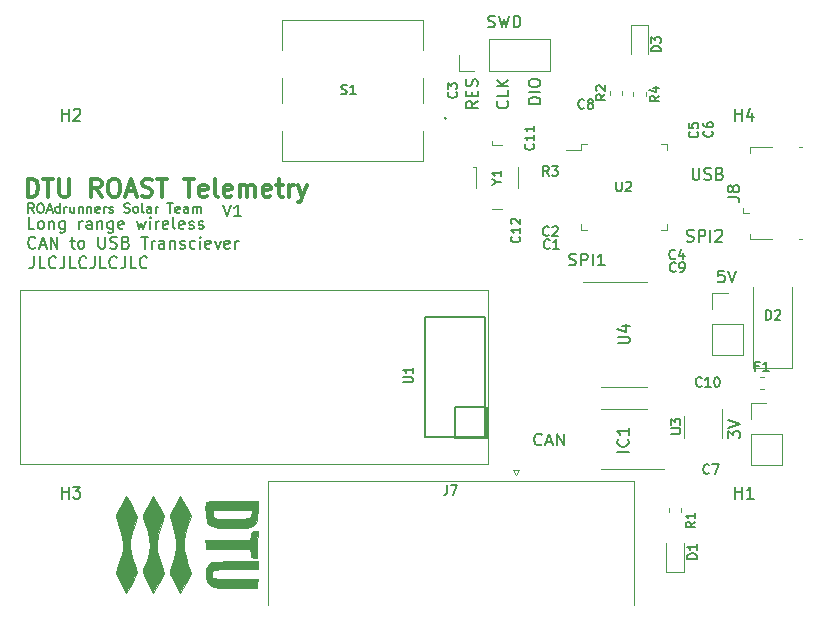
<source format=gbr>
G04 #@! TF.GenerationSoftware,KiCad,Pcbnew,5.1.4+dfsg1-1*
G04 #@! TF.CreationDate,2020-05-25T13:33:09+02:00*
G04 #@! TF.ProjectId,Telemetry,54656c65-6d65-4747-9279-2e6b69636164,rev?*
G04 #@! TF.SameCoordinates,Original*
G04 #@! TF.FileFunction,Legend,Top*
G04 #@! TF.FilePolarity,Positive*
%FSLAX46Y46*%
G04 Gerber Fmt 4.6, Leading zero omitted, Abs format (unit mm)*
G04 Created by KiCad (PCBNEW 5.1.4+dfsg1-1) date 2020-05-25 13:33:09*
%MOMM*%
%LPD*%
G04 APERTURE LIST*
%ADD10C,0.150000*%
%ADD11C,0.300000*%
%ADD12C,0.120000*%
%ADD13C,0.010000*%
G04 APERTURE END LIST*
D10*
X240638095Y-112952380D02*
X240638095Y-113761904D01*
X240685714Y-113857142D01*
X240733333Y-113904761D01*
X240828571Y-113952380D01*
X241019047Y-113952380D01*
X241114285Y-113904761D01*
X241161904Y-113857142D01*
X241209523Y-113761904D01*
X241209523Y-112952380D01*
X241638095Y-113904761D02*
X241780952Y-113952380D01*
X242019047Y-113952380D01*
X242114285Y-113904761D01*
X242161904Y-113857142D01*
X242209523Y-113761904D01*
X242209523Y-113666666D01*
X242161904Y-113571428D01*
X242114285Y-113523809D01*
X242019047Y-113476190D01*
X241828571Y-113428571D01*
X241733333Y-113380952D01*
X241685714Y-113333333D01*
X241638095Y-113238095D01*
X241638095Y-113142857D01*
X241685714Y-113047619D01*
X241733333Y-113000000D01*
X241828571Y-112952380D01*
X242066666Y-112952380D01*
X242209523Y-113000000D01*
X242971428Y-113428571D02*
X243114285Y-113476190D01*
X243161904Y-113523809D01*
X243209523Y-113619047D01*
X243209523Y-113761904D01*
X243161904Y-113857142D01*
X243114285Y-113904761D01*
X243019047Y-113952380D01*
X242638095Y-113952380D01*
X242638095Y-112952380D01*
X242971428Y-112952380D01*
X243066666Y-113000000D01*
X243114285Y-113047619D01*
X243161904Y-113142857D01*
X243161904Y-113238095D01*
X243114285Y-113333333D01*
X243066666Y-113380952D01*
X242971428Y-113428571D01*
X242638095Y-113428571D01*
X200890476Y-116052380D02*
X201223809Y-117052380D01*
X201557142Y-116052380D01*
X202414285Y-117052380D02*
X201842857Y-117052380D01*
X202128571Y-117052380D02*
X202128571Y-116052380D01*
X202033333Y-116195238D01*
X201938095Y-116290476D01*
X201842857Y-116338095D01*
X184880952Y-120452380D02*
X184880952Y-121166666D01*
X184833333Y-121309523D01*
X184738095Y-121404761D01*
X184595238Y-121452380D01*
X184500000Y-121452380D01*
X185833333Y-121452380D02*
X185357142Y-121452380D01*
X185357142Y-120452380D01*
X186738095Y-121357142D02*
X186690476Y-121404761D01*
X186547619Y-121452380D01*
X186452380Y-121452380D01*
X186309523Y-121404761D01*
X186214285Y-121309523D01*
X186166666Y-121214285D01*
X186119047Y-121023809D01*
X186119047Y-120880952D01*
X186166666Y-120690476D01*
X186214285Y-120595238D01*
X186309523Y-120500000D01*
X186452380Y-120452380D01*
X186547619Y-120452380D01*
X186690476Y-120500000D01*
X186738095Y-120547619D01*
X187452380Y-120452380D02*
X187452380Y-121166666D01*
X187404761Y-121309523D01*
X187309523Y-121404761D01*
X187166666Y-121452380D01*
X187071428Y-121452380D01*
X188404761Y-121452380D02*
X187928571Y-121452380D01*
X187928571Y-120452380D01*
X189309523Y-121357142D02*
X189261904Y-121404761D01*
X189119047Y-121452380D01*
X189023809Y-121452380D01*
X188880952Y-121404761D01*
X188785714Y-121309523D01*
X188738095Y-121214285D01*
X188690476Y-121023809D01*
X188690476Y-120880952D01*
X188738095Y-120690476D01*
X188785714Y-120595238D01*
X188880952Y-120500000D01*
X189023809Y-120452380D01*
X189119047Y-120452380D01*
X189261904Y-120500000D01*
X189309523Y-120547619D01*
X190023809Y-120452380D02*
X190023809Y-121166666D01*
X189976190Y-121309523D01*
X189880952Y-121404761D01*
X189738095Y-121452380D01*
X189642857Y-121452380D01*
X190976190Y-121452380D02*
X190500000Y-121452380D01*
X190500000Y-120452380D01*
X191880952Y-121357142D02*
X191833333Y-121404761D01*
X191690476Y-121452380D01*
X191595238Y-121452380D01*
X191452380Y-121404761D01*
X191357142Y-121309523D01*
X191309523Y-121214285D01*
X191261904Y-121023809D01*
X191261904Y-120880952D01*
X191309523Y-120690476D01*
X191357142Y-120595238D01*
X191452380Y-120500000D01*
X191595238Y-120452380D01*
X191690476Y-120452380D01*
X191833333Y-120500000D01*
X191880952Y-120547619D01*
X192595238Y-120452380D02*
X192595238Y-121166666D01*
X192547619Y-121309523D01*
X192452380Y-121404761D01*
X192309523Y-121452380D01*
X192214285Y-121452380D01*
X193547619Y-121452380D02*
X193071428Y-121452380D01*
X193071428Y-120452380D01*
X194452380Y-121357142D02*
X194404761Y-121404761D01*
X194261904Y-121452380D01*
X194166666Y-121452380D01*
X194023809Y-121404761D01*
X193928571Y-121309523D01*
X193880952Y-121214285D01*
X193833333Y-121023809D01*
X193833333Y-120880952D01*
X193880952Y-120690476D01*
X193928571Y-120595238D01*
X194023809Y-120500000D01*
X194166666Y-120452380D01*
X194261904Y-120452380D01*
X194404761Y-120500000D01*
X194452380Y-120547619D01*
X184911785Y-118127380D02*
X184435595Y-118127380D01*
X184435595Y-117127380D01*
X185387976Y-118127380D02*
X185292738Y-118079761D01*
X185245119Y-118032142D01*
X185197500Y-117936904D01*
X185197500Y-117651190D01*
X185245119Y-117555952D01*
X185292738Y-117508333D01*
X185387976Y-117460714D01*
X185530833Y-117460714D01*
X185626071Y-117508333D01*
X185673690Y-117555952D01*
X185721309Y-117651190D01*
X185721309Y-117936904D01*
X185673690Y-118032142D01*
X185626071Y-118079761D01*
X185530833Y-118127380D01*
X185387976Y-118127380D01*
X186149880Y-117460714D02*
X186149880Y-118127380D01*
X186149880Y-117555952D02*
X186197500Y-117508333D01*
X186292738Y-117460714D01*
X186435595Y-117460714D01*
X186530833Y-117508333D01*
X186578452Y-117603571D01*
X186578452Y-118127380D01*
X187483214Y-117460714D02*
X187483214Y-118270238D01*
X187435595Y-118365476D01*
X187387976Y-118413095D01*
X187292738Y-118460714D01*
X187149880Y-118460714D01*
X187054642Y-118413095D01*
X187483214Y-118079761D02*
X187387976Y-118127380D01*
X187197500Y-118127380D01*
X187102261Y-118079761D01*
X187054642Y-118032142D01*
X187007023Y-117936904D01*
X187007023Y-117651190D01*
X187054642Y-117555952D01*
X187102261Y-117508333D01*
X187197500Y-117460714D01*
X187387976Y-117460714D01*
X187483214Y-117508333D01*
X188721309Y-118127380D02*
X188721309Y-117460714D01*
X188721309Y-117651190D02*
X188768928Y-117555952D01*
X188816547Y-117508333D01*
X188911785Y-117460714D01*
X189007023Y-117460714D01*
X189768928Y-118127380D02*
X189768928Y-117603571D01*
X189721309Y-117508333D01*
X189626071Y-117460714D01*
X189435595Y-117460714D01*
X189340357Y-117508333D01*
X189768928Y-118079761D02*
X189673690Y-118127380D01*
X189435595Y-118127380D01*
X189340357Y-118079761D01*
X189292738Y-117984523D01*
X189292738Y-117889285D01*
X189340357Y-117794047D01*
X189435595Y-117746428D01*
X189673690Y-117746428D01*
X189768928Y-117698809D01*
X190245119Y-117460714D02*
X190245119Y-118127380D01*
X190245119Y-117555952D02*
X190292738Y-117508333D01*
X190387976Y-117460714D01*
X190530833Y-117460714D01*
X190626071Y-117508333D01*
X190673690Y-117603571D01*
X190673690Y-118127380D01*
X191578452Y-117460714D02*
X191578452Y-118270238D01*
X191530833Y-118365476D01*
X191483214Y-118413095D01*
X191387976Y-118460714D01*
X191245119Y-118460714D01*
X191149880Y-118413095D01*
X191578452Y-118079761D02*
X191483214Y-118127380D01*
X191292738Y-118127380D01*
X191197500Y-118079761D01*
X191149880Y-118032142D01*
X191102261Y-117936904D01*
X191102261Y-117651190D01*
X191149880Y-117555952D01*
X191197500Y-117508333D01*
X191292738Y-117460714D01*
X191483214Y-117460714D01*
X191578452Y-117508333D01*
X192435595Y-118079761D02*
X192340357Y-118127380D01*
X192149880Y-118127380D01*
X192054642Y-118079761D01*
X192007023Y-117984523D01*
X192007023Y-117603571D01*
X192054642Y-117508333D01*
X192149880Y-117460714D01*
X192340357Y-117460714D01*
X192435595Y-117508333D01*
X192483214Y-117603571D01*
X192483214Y-117698809D01*
X192007023Y-117794047D01*
X193578452Y-117460714D02*
X193768928Y-118127380D01*
X193959404Y-117651190D01*
X194149880Y-118127380D01*
X194340357Y-117460714D01*
X194721309Y-118127380D02*
X194721309Y-117460714D01*
X194721309Y-117127380D02*
X194673690Y-117175000D01*
X194721309Y-117222619D01*
X194768928Y-117175000D01*
X194721309Y-117127380D01*
X194721309Y-117222619D01*
X195197500Y-118127380D02*
X195197500Y-117460714D01*
X195197500Y-117651190D02*
X195245119Y-117555952D01*
X195292738Y-117508333D01*
X195387976Y-117460714D01*
X195483214Y-117460714D01*
X196197500Y-118079761D02*
X196102261Y-118127380D01*
X195911785Y-118127380D01*
X195816547Y-118079761D01*
X195768928Y-117984523D01*
X195768928Y-117603571D01*
X195816547Y-117508333D01*
X195911785Y-117460714D01*
X196102261Y-117460714D01*
X196197500Y-117508333D01*
X196245119Y-117603571D01*
X196245119Y-117698809D01*
X195768928Y-117794047D01*
X196816547Y-118127380D02*
X196721309Y-118079761D01*
X196673690Y-117984523D01*
X196673690Y-117127380D01*
X197578452Y-118079761D02*
X197483214Y-118127380D01*
X197292738Y-118127380D01*
X197197500Y-118079761D01*
X197149880Y-117984523D01*
X197149880Y-117603571D01*
X197197500Y-117508333D01*
X197292738Y-117460714D01*
X197483214Y-117460714D01*
X197578452Y-117508333D01*
X197626071Y-117603571D01*
X197626071Y-117698809D01*
X197149880Y-117794047D01*
X198007023Y-118079761D02*
X198102261Y-118127380D01*
X198292738Y-118127380D01*
X198387976Y-118079761D01*
X198435595Y-117984523D01*
X198435595Y-117936904D01*
X198387976Y-117841666D01*
X198292738Y-117794047D01*
X198149880Y-117794047D01*
X198054642Y-117746428D01*
X198007023Y-117651190D01*
X198007023Y-117603571D01*
X198054642Y-117508333D01*
X198149880Y-117460714D01*
X198292738Y-117460714D01*
X198387976Y-117508333D01*
X198816547Y-118079761D02*
X198911785Y-118127380D01*
X199102261Y-118127380D01*
X199197500Y-118079761D01*
X199245119Y-117984523D01*
X199245119Y-117936904D01*
X199197500Y-117841666D01*
X199102261Y-117794047D01*
X198959404Y-117794047D01*
X198864166Y-117746428D01*
X198816547Y-117651190D01*
X198816547Y-117603571D01*
X198864166Y-117508333D01*
X198959404Y-117460714D01*
X199102261Y-117460714D01*
X199197500Y-117508333D01*
X185007023Y-119682142D02*
X184959404Y-119729761D01*
X184816547Y-119777380D01*
X184721309Y-119777380D01*
X184578452Y-119729761D01*
X184483214Y-119634523D01*
X184435595Y-119539285D01*
X184387976Y-119348809D01*
X184387976Y-119205952D01*
X184435595Y-119015476D01*
X184483214Y-118920238D01*
X184578452Y-118825000D01*
X184721309Y-118777380D01*
X184816547Y-118777380D01*
X184959404Y-118825000D01*
X185007023Y-118872619D01*
X185387976Y-119491666D02*
X185864166Y-119491666D01*
X185292738Y-119777380D02*
X185626071Y-118777380D01*
X185959404Y-119777380D01*
X186292738Y-119777380D02*
X186292738Y-118777380D01*
X186864166Y-119777380D01*
X186864166Y-118777380D01*
X187959404Y-119110714D02*
X188340357Y-119110714D01*
X188102261Y-118777380D02*
X188102261Y-119634523D01*
X188149880Y-119729761D01*
X188245119Y-119777380D01*
X188340357Y-119777380D01*
X188816547Y-119777380D02*
X188721309Y-119729761D01*
X188673690Y-119682142D01*
X188626071Y-119586904D01*
X188626071Y-119301190D01*
X188673690Y-119205952D01*
X188721309Y-119158333D01*
X188816547Y-119110714D01*
X188959404Y-119110714D01*
X189054642Y-119158333D01*
X189102261Y-119205952D01*
X189149880Y-119301190D01*
X189149880Y-119586904D01*
X189102261Y-119682142D01*
X189054642Y-119729761D01*
X188959404Y-119777380D01*
X188816547Y-119777380D01*
X190340357Y-118777380D02*
X190340357Y-119586904D01*
X190387976Y-119682142D01*
X190435595Y-119729761D01*
X190530833Y-119777380D01*
X190721309Y-119777380D01*
X190816547Y-119729761D01*
X190864166Y-119682142D01*
X190911785Y-119586904D01*
X190911785Y-118777380D01*
X191340357Y-119729761D02*
X191483214Y-119777380D01*
X191721309Y-119777380D01*
X191816547Y-119729761D01*
X191864166Y-119682142D01*
X191911785Y-119586904D01*
X191911785Y-119491666D01*
X191864166Y-119396428D01*
X191816547Y-119348809D01*
X191721309Y-119301190D01*
X191530833Y-119253571D01*
X191435595Y-119205952D01*
X191387976Y-119158333D01*
X191340357Y-119063095D01*
X191340357Y-118967857D01*
X191387976Y-118872619D01*
X191435595Y-118825000D01*
X191530833Y-118777380D01*
X191768928Y-118777380D01*
X191911785Y-118825000D01*
X192673690Y-119253571D02*
X192816547Y-119301190D01*
X192864166Y-119348809D01*
X192911785Y-119444047D01*
X192911785Y-119586904D01*
X192864166Y-119682142D01*
X192816547Y-119729761D01*
X192721309Y-119777380D01*
X192340357Y-119777380D01*
X192340357Y-118777380D01*
X192673690Y-118777380D01*
X192768928Y-118825000D01*
X192816547Y-118872619D01*
X192864166Y-118967857D01*
X192864166Y-119063095D01*
X192816547Y-119158333D01*
X192768928Y-119205952D01*
X192673690Y-119253571D01*
X192340357Y-119253571D01*
X193959404Y-118777380D02*
X194530833Y-118777380D01*
X194245119Y-119777380D02*
X194245119Y-118777380D01*
X194864166Y-119777380D02*
X194864166Y-119110714D01*
X194864166Y-119301190D02*
X194911785Y-119205952D01*
X194959404Y-119158333D01*
X195054642Y-119110714D01*
X195149880Y-119110714D01*
X195911785Y-119777380D02*
X195911785Y-119253571D01*
X195864166Y-119158333D01*
X195768928Y-119110714D01*
X195578452Y-119110714D01*
X195483214Y-119158333D01*
X195911785Y-119729761D02*
X195816547Y-119777380D01*
X195578452Y-119777380D01*
X195483214Y-119729761D01*
X195435595Y-119634523D01*
X195435595Y-119539285D01*
X195483214Y-119444047D01*
X195578452Y-119396428D01*
X195816547Y-119396428D01*
X195911785Y-119348809D01*
X196387976Y-119110714D02*
X196387976Y-119777380D01*
X196387976Y-119205952D02*
X196435595Y-119158333D01*
X196530833Y-119110714D01*
X196673690Y-119110714D01*
X196768928Y-119158333D01*
X196816547Y-119253571D01*
X196816547Y-119777380D01*
X197245119Y-119729761D02*
X197340357Y-119777380D01*
X197530833Y-119777380D01*
X197626071Y-119729761D01*
X197673690Y-119634523D01*
X197673690Y-119586904D01*
X197626071Y-119491666D01*
X197530833Y-119444047D01*
X197387976Y-119444047D01*
X197292738Y-119396428D01*
X197245119Y-119301190D01*
X197245119Y-119253571D01*
X197292738Y-119158333D01*
X197387976Y-119110714D01*
X197530833Y-119110714D01*
X197626071Y-119158333D01*
X198530833Y-119729761D02*
X198435595Y-119777380D01*
X198245119Y-119777380D01*
X198149880Y-119729761D01*
X198102261Y-119682142D01*
X198054642Y-119586904D01*
X198054642Y-119301190D01*
X198102261Y-119205952D01*
X198149880Y-119158333D01*
X198245119Y-119110714D01*
X198435595Y-119110714D01*
X198530833Y-119158333D01*
X198959404Y-119777380D02*
X198959404Y-119110714D01*
X198959404Y-118777380D02*
X198911785Y-118825000D01*
X198959404Y-118872619D01*
X199007023Y-118825000D01*
X198959404Y-118777380D01*
X198959404Y-118872619D01*
X199816547Y-119729761D02*
X199721309Y-119777380D01*
X199530833Y-119777380D01*
X199435595Y-119729761D01*
X199387976Y-119634523D01*
X199387976Y-119253571D01*
X199435595Y-119158333D01*
X199530833Y-119110714D01*
X199721309Y-119110714D01*
X199816547Y-119158333D01*
X199864166Y-119253571D01*
X199864166Y-119348809D01*
X199387976Y-119444047D01*
X200197500Y-119110714D02*
X200435595Y-119777380D01*
X200673690Y-119110714D01*
X201435595Y-119729761D02*
X201340357Y-119777380D01*
X201149880Y-119777380D01*
X201054642Y-119729761D01*
X201007023Y-119634523D01*
X201007023Y-119253571D01*
X201054642Y-119158333D01*
X201149880Y-119110714D01*
X201340357Y-119110714D01*
X201435595Y-119158333D01*
X201483214Y-119253571D01*
X201483214Y-119348809D01*
X201007023Y-119444047D01*
X201911785Y-119777380D02*
X201911785Y-119110714D01*
X201911785Y-119301190D02*
X201959404Y-119205952D01*
X202007023Y-119158333D01*
X202102261Y-119110714D01*
X202197500Y-119110714D01*
X184861904Y-116761904D02*
X184595238Y-116380952D01*
X184404761Y-116761904D02*
X184404761Y-115961904D01*
X184709523Y-115961904D01*
X184785714Y-116000000D01*
X184823809Y-116038095D01*
X184861904Y-116114285D01*
X184861904Y-116228571D01*
X184823809Y-116304761D01*
X184785714Y-116342857D01*
X184709523Y-116380952D01*
X184404761Y-116380952D01*
X185357142Y-115961904D02*
X185509523Y-115961904D01*
X185585714Y-116000000D01*
X185661904Y-116076190D01*
X185700000Y-116228571D01*
X185700000Y-116495238D01*
X185661904Y-116647619D01*
X185585714Y-116723809D01*
X185509523Y-116761904D01*
X185357142Y-116761904D01*
X185280952Y-116723809D01*
X185204761Y-116647619D01*
X185166666Y-116495238D01*
X185166666Y-116228571D01*
X185204761Y-116076190D01*
X185280952Y-116000000D01*
X185357142Y-115961904D01*
X186004761Y-116533333D02*
X186385714Y-116533333D01*
X185928571Y-116761904D02*
X186195238Y-115961904D01*
X186461904Y-116761904D01*
X187071428Y-116761904D02*
X187071428Y-115961904D01*
X187071428Y-116723809D02*
X186995238Y-116761904D01*
X186842857Y-116761904D01*
X186766666Y-116723809D01*
X186728571Y-116685714D01*
X186690476Y-116609523D01*
X186690476Y-116380952D01*
X186728571Y-116304761D01*
X186766666Y-116266666D01*
X186842857Y-116228571D01*
X186995238Y-116228571D01*
X187071428Y-116266666D01*
X187452380Y-116761904D02*
X187452380Y-116228571D01*
X187452380Y-116380952D02*
X187490476Y-116304761D01*
X187528571Y-116266666D01*
X187604761Y-116228571D01*
X187680952Y-116228571D01*
X188290476Y-116228571D02*
X188290476Y-116761904D01*
X187947619Y-116228571D02*
X187947619Y-116647619D01*
X187985714Y-116723809D01*
X188061904Y-116761904D01*
X188176190Y-116761904D01*
X188252380Y-116723809D01*
X188290476Y-116685714D01*
X188671428Y-116228571D02*
X188671428Y-116761904D01*
X188671428Y-116304761D02*
X188709523Y-116266666D01*
X188785714Y-116228571D01*
X188900000Y-116228571D01*
X188976190Y-116266666D01*
X189014285Y-116342857D01*
X189014285Y-116761904D01*
X189395238Y-116228571D02*
X189395238Y-116761904D01*
X189395238Y-116304761D02*
X189433333Y-116266666D01*
X189509523Y-116228571D01*
X189623809Y-116228571D01*
X189700000Y-116266666D01*
X189738095Y-116342857D01*
X189738095Y-116761904D01*
X190423809Y-116723809D02*
X190347619Y-116761904D01*
X190195238Y-116761904D01*
X190119047Y-116723809D01*
X190080952Y-116647619D01*
X190080952Y-116342857D01*
X190119047Y-116266666D01*
X190195238Y-116228571D01*
X190347619Y-116228571D01*
X190423809Y-116266666D01*
X190461904Y-116342857D01*
X190461904Y-116419047D01*
X190080952Y-116495238D01*
X190804761Y-116761904D02*
X190804761Y-116228571D01*
X190804761Y-116380952D02*
X190842857Y-116304761D01*
X190880952Y-116266666D01*
X190957142Y-116228571D01*
X191033333Y-116228571D01*
X191261904Y-116723809D02*
X191338095Y-116761904D01*
X191490476Y-116761904D01*
X191566666Y-116723809D01*
X191604761Y-116647619D01*
X191604761Y-116609523D01*
X191566666Y-116533333D01*
X191490476Y-116495238D01*
X191376190Y-116495238D01*
X191300000Y-116457142D01*
X191261904Y-116380952D01*
X191261904Y-116342857D01*
X191300000Y-116266666D01*
X191376190Y-116228571D01*
X191490476Y-116228571D01*
X191566666Y-116266666D01*
X192519047Y-116723809D02*
X192633333Y-116761904D01*
X192823809Y-116761904D01*
X192900000Y-116723809D01*
X192938095Y-116685714D01*
X192976190Y-116609523D01*
X192976190Y-116533333D01*
X192938095Y-116457142D01*
X192900000Y-116419047D01*
X192823809Y-116380952D01*
X192671428Y-116342857D01*
X192595238Y-116304761D01*
X192557142Y-116266666D01*
X192519047Y-116190476D01*
X192519047Y-116114285D01*
X192557142Y-116038095D01*
X192595238Y-116000000D01*
X192671428Y-115961904D01*
X192861904Y-115961904D01*
X192976190Y-116000000D01*
X193433333Y-116761904D02*
X193357142Y-116723809D01*
X193319047Y-116685714D01*
X193280952Y-116609523D01*
X193280952Y-116380952D01*
X193319047Y-116304761D01*
X193357142Y-116266666D01*
X193433333Y-116228571D01*
X193547619Y-116228571D01*
X193623809Y-116266666D01*
X193661904Y-116304761D01*
X193700000Y-116380952D01*
X193700000Y-116609523D01*
X193661904Y-116685714D01*
X193623809Y-116723809D01*
X193547619Y-116761904D01*
X193433333Y-116761904D01*
X194157142Y-116761904D02*
X194080952Y-116723809D01*
X194042857Y-116647619D01*
X194042857Y-115961904D01*
X194804761Y-116761904D02*
X194804761Y-116342857D01*
X194766666Y-116266666D01*
X194690476Y-116228571D01*
X194538095Y-116228571D01*
X194461904Y-116266666D01*
X194804761Y-116723809D02*
X194728571Y-116761904D01*
X194538095Y-116761904D01*
X194461904Y-116723809D01*
X194423809Y-116647619D01*
X194423809Y-116571428D01*
X194461904Y-116495238D01*
X194538095Y-116457142D01*
X194728571Y-116457142D01*
X194804761Y-116419047D01*
X195185714Y-116761904D02*
X195185714Y-116228571D01*
X195185714Y-116380952D02*
X195223809Y-116304761D01*
X195261904Y-116266666D01*
X195338095Y-116228571D01*
X195414285Y-116228571D01*
X196176190Y-115961904D02*
X196633333Y-115961904D01*
X196404761Y-116761904D02*
X196404761Y-115961904D01*
X197204761Y-116723809D02*
X197128571Y-116761904D01*
X196976190Y-116761904D01*
X196900000Y-116723809D01*
X196861904Y-116647619D01*
X196861904Y-116342857D01*
X196900000Y-116266666D01*
X196976190Y-116228571D01*
X197128571Y-116228571D01*
X197204761Y-116266666D01*
X197242857Y-116342857D01*
X197242857Y-116419047D01*
X196861904Y-116495238D01*
X197928571Y-116761904D02*
X197928571Y-116342857D01*
X197890476Y-116266666D01*
X197814285Y-116228571D01*
X197661904Y-116228571D01*
X197585714Y-116266666D01*
X197928571Y-116723809D02*
X197852380Y-116761904D01*
X197661904Y-116761904D01*
X197585714Y-116723809D01*
X197547619Y-116647619D01*
X197547619Y-116571428D01*
X197585714Y-116495238D01*
X197661904Y-116457142D01*
X197852380Y-116457142D01*
X197928571Y-116419047D01*
X198309523Y-116761904D02*
X198309523Y-116228571D01*
X198309523Y-116304761D02*
X198347619Y-116266666D01*
X198423809Y-116228571D01*
X198538095Y-116228571D01*
X198614285Y-116266666D01*
X198652380Y-116342857D01*
X198652380Y-116761904D01*
X198652380Y-116342857D02*
X198690476Y-116266666D01*
X198766666Y-116228571D01*
X198880952Y-116228571D01*
X198957142Y-116266666D01*
X198995238Y-116342857D01*
X198995238Y-116761904D01*
D11*
X184385713Y-115378571D02*
X184385713Y-113878571D01*
X184742856Y-113878571D01*
X184957141Y-113950000D01*
X185099999Y-114092857D01*
X185171427Y-114235714D01*
X185242856Y-114521428D01*
X185242856Y-114735714D01*
X185171427Y-115021428D01*
X185099999Y-115164285D01*
X184957141Y-115307142D01*
X184742856Y-115378571D01*
X184385713Y-115378571D01*
X185671427Y-113878571D02*
X186528570Y-113878571D01*
X186099999Y-115378571D02*
X186099999Y-113878571D01*
X187028570Y-113878571D02*
X187028570Y-115092857D01*
X187099999Y-115235714D01*
X187171427Y-115307142D01*
X187314284Y-115378571D01*
X187599999Y-115378571D01*
X187742856Y-115307142D01*
X187814284Y-115235714D01*
X187885713Y-115092857D01*
X187885713Y-113878571D01*
X190599999Y-115378571D02*
X190099999Y-114664285D01*
X189742856Y-115378571D02*
X189742856Y-113878571D01*
X190314284Y-113878571D01*
X190457141Y-113950000D01*
X190528570Y-114021428D01*
X190599999Y-114164285D01*
X190599999Y-114378571D01*
X190528570Y-114521428D01*
X190457141Y-114592857D01*
X190314284Y-114664285D01*
X189742856Y-114664285D01*
X191528570Y-113878571D02*
X191814284Y-113878571D01*
X191957141Y-113950000D01*
X192099999Y-114092857D01*
X192171427Y-114378571D01*
X192171427Y-114878571D01*
X192099999Y-115164285D01*
X191957141Y-115307142D01*
X191814284Y-115378571D01*
X191528570Y-115378571D01*
X191385713Y-115307142D01*
X191242856Y-115164285D01*
X191171427Y-114878571D01*
X191171427Y-114378571D01*
X191242856Y-114092857D01*
X191385713Y-113950000D01*
X191528570Y-113878571D01*
X192742856Y-114950000D02*
X193457141Y-114950000D01*
X192599999Y-115378571D02*
X193099999Y-113878571D01*
X193599999Y-115378571D01*
X194028570Y-115307142D02*
X194242856Y-115378571D01*
X194599999Y-115378571D01*
X194742856Y-115307142D01*
X194814284Y-115235714D01*
X194885713Y-115092857D01*
X194885713Y-114950000D01*
X194814284Y-114807142D01*
X194742856Y-114735714D01*
X194599999Y-114664285D01*
X194314284Y-114592857D01*
X194171427Y-114521428D01*
X194099999Y-114450000D01*
X194028570Y-114307142D01*
X194028570Y-114164285D01*
X194099999Y-114021428D01*
X194171427Y-113950000D01*
X194314284Y-113878571D01*
X194671427Y-113878571D01*
X194885713Y-113950000D01*
X195314284Y-113878571D02*
X196171427Y-113878571D01*
X195742856Y-115378571D02*
X195742856Y-113878571D01*
X197599999Y-113878571D02*
X198457141Y-113878571D01*
X198028570Y-115378571D02*
X198028570Y-113878571D01*
X199528570Y-115307142D02*
X199385713Y-115378571D01*
X199099999Y-115378571D01*
X198957141Y-115307142D01*
X198885713Y-115164285D01*
X198885713Y-114592857D01*
X198957141Y-114450000D01*
X199099999Y-114378571D01*
X199385713Y-114378571D01*
X199528570Y-114450000D01*
X199599999Y-114592857D01*
X199599999Y-114735714D01*
X198885713Y-114878571D01*
X200457141Y-115378571D02*
X200314284Y-115307142D01*
X200242856Y-115164285D01*
X200242856Y-113878571D01*
X201599999Y-115307142D02*
X201457141Y-115378571D01*
X201171427Y-115378571D01*
X201028570Y-115307142D01*
X200957141Y-115164285D01*
X200957141Y-114592857D01*
X201028570Y-114450000D01*
X201171427Y-114378571D01*
X201457141Y-114378571D01*
X201599999Y-114450000D01*
X201671427Y-114592857D01*
X201671427Y-114735714D01*
X200957141Y-114878571D01*
X202314284Y-115378571D02*
X202314284Y-114378571D01*
X202314284Y-114521428D02*
X202385713Y-114450000D01*
X202528570Y-114378571D01*
X202742856Y-114378571D01*
X202885713Y-114450000D01*
X202957141Y-114592857D01*
X202957141Y-115378571D01*
X202957141Y-114592857D02*
X203028570Y-114450000D01*
X203171427Y-114378571D01*
X203385713Y-114378571D01*
X203528570Y-114450000D01*
X203599999Y-114592857D01*
X203599999Y-115378571D01*
X204885713Y-115307142D02*
X204742856Y-115378571D01*
X204457141Y-115378571D01*
X204314284Y-115307142D01*
X204242856Y-115164285D01*
X204242856Y-114592857D01*
X204314284Y-114450000D01*
X204457141Y-114378571D01*
X204742856Y-114378571D01*
X204885713Y-114450000D01*
X204957141Y-114592857D01*
X204957141Y-114735714D01*
X204242856Y-114878571D01*
X205385713Y-114378571D02*
X205957141Y-114378571D01*
X205599999Y-113878571D02*
X205599999Y-115164285D01*
X205671427Y-115307142D01*
X205814284Y-115378571D01*
X205957141Y-115378571D01*
X206457141Y-115378571D02*
X206457141Y-114378571D01*
X206457141Y-114664285D02*
X206528570Y-114521428D01*
X206599999Y-114450000D01*
X206742856Y-114378571D01*
X206885713Y-114378571D01*
X207242856Y-114378571D02*
X207599999Y-115378571D01*
X207957141Y-114378571D02*
X207599999Y-115378571D01*
X207457141Y-115735714D01*
X207385713Y-115807142D01*
X207242856Y-115878571D01*
D10*
X240150000Y-119154761D02*
X240292857Y-119202380D01*
X240530952Y-119202380D01*
X240626190Y-119154761D01*
X240673809Y-119107142D01*
X240721428Y-119011904D01*
X240721428Y-118916666D01*
X240673809Y-118821428D01*
X240626190Y-118773809D01*
X240530952Y-118726190D01*
X240340476Y-118678571D01*
X240245238Y-118630952D01*
X240197619Y-118583333D01*
X240150000Y-118488095D01*
X240150000Y-118392857D01*
X240197619Y-118297619D01*
X240245238Y-118250000D01*
X240340476Y-118202380D01*
X240578571Y-118202380D01*
X240721428Y-118250000D01*
X241150000Y-119202380D02*
X241150000Y-118202380D01*
X241530952Y-118202380D01*
X241626190Y-118250000D01*
X241673809Y-118297619D01*
X241721428Y-118392857D01*
X241721428Y-118535714D01*
X241673809Y-118630952D01*
X241626190Y-118678571D01*
X241530952Y-118726190D01*
X241150000Y-118726190D01*
X242150000Y-119202380D02*
X242150000Y-118202380D01*
X242578571Y-118297619D02*
X242626190Y-118250000D01*
X242721428Y-118202380D01*
X242959523Y-118202380D01*
X243054761Y-118250000D01*
X243102380Y-118297619D01*
X243150000Y-118392857D01*
X243150000Y-118488095D01*
X243102380Y-118630952D01*
X242530952Y-119202380D01*
X243150000Y-119202380D01*
X230200000Y-121154761D02*
X230342857Y-121202380D01*
X230580952Y-121202380D01*
X230676190Y-121154761D01*
X230723809Y-121107142D01*
X230771428Y-121011904D01*
X230771428Y-120916666D01*
X230723809Y-120821428D01*
X230676190Y-120773809D01*
X230580952Y-120726190D01*
X230390476Y-120678571D01*
X230295238Y-120630952D01*
X230247619Y-120583333D01*
X230200000Y-120488095D01*
X230200000Y-120392857D01*
X230247619Y-120297619D01*
X230295238Y-120250000D01*
X230390476Y-120202380D01*
X230628571Y-120202380D01*
X230771428Y-120250000D01*
X231200000Y-121202380D02*
X231200000Y-120202380D01*
X231580952Y-120202380D01*
X231676190Y-120250000D01*
X231723809Y-120297619D01*
X231771428Y-120392857D01*
X231771428Y-120535714D01*
X231723809Y-120630952D01*
X231676190Y-120678571D01*
X231580952Y-120726190D01*
X231200000Y-120726190D01*
X232200000Y-121202380D02*
X232200000Y-120202380D01*
X233200000Y-121202380D02*
X232628571Y-121202380D01*
X232914285Y-121202380D02*
X232914285Y-120202380D01*
X232819047Y-120345238D01*
X232723809Y-120440476D01*
X232628571Y-120488095D01*
X227857142Y-136357142D02*
X227809523Y-136404761D01*
X227666666Y-136452380D01*
X227571428Y-136452380D01*
X227428571Y-136404761D01*
X227333333Y-136309523D01*
X227285714Y-136214285D01*
X227238095Y-136023809D01*
X227238095Y-135880952D01*
X227285714Y-135690476D01*
X227333333Y-135595238D01*
X227428571Y-135500000D01*
X227571428Y-135452380D01*
X227666666Y-135452380D01*
X227809523Y-135500000D01*
X227857142Y-135547619D01*
X228238095Y-136166666D02*
X228714285Y-136166666D01*
X228142857Y-136452380D02*
X228476190Y-135452380D01*
X228809523Y-136452380D01*
X229142857Y-136452380D02*
X229142857Y-135452380D01*
X229714285Y-136452380D01*
X229714285Y-135452380D01*
X227752380Y-107523809D02*
X226752380Y-107523809D01*
X226752380Y-107285714D01*
X226800000Y-107142857D01*
X226895238Y-107047619D01*
X226990476Y-107000000D01*
X227180952Y-106952380D01*
X227323809Y-106952380D01*
X227514285Y-107000000D01*
X227609523Y-107047619D01*
X227704761Y-107142857D01*
X227752380Y-107285714D01*
X227752380Y-107523809D01*
X227752380Y-106523809D02*
X226752380Y-106523809D01*
X226752380Y-105857142D02*
X226752380Y-105666666D01*
X226800000Y-105571428D01*
X226895238Y-105476190D01*
X227085714Y-105428571D01*
X227419047Y-105428571D01*
X227609523Y-105476190D01*
X227704761Y-105571428D01*
X227752380Y-105666666D01*
X227752380Y-105857142D01*
X227704761Y-105952380D01*
X227609523Y-106047619D01*
X227419047Y-106095238D01*
X227085714Y-106095238D01*
X226895238Y-106047619D01*
X226800000Y-105952380D01*
X226752380Y-105857142D01*
X224957142Y-107295238D02*
X225004761Y-107342857D01*
X225052380Y-107485714D01*
X225052380Y-107580952D01*
X225004761Y-107723809D01*
X224909523Y-107819047D01*
X224814285Y-107866666D01*
X224623809Y-107914285D01*
X224480952Y-107914285D01*
X224290476Y-107866666D01*
X224195238Y-107819047D01*
X224100000Y-107723809D01*
X224052380Y-107580952D01*
X224052380Y-107485714D01*
X224100000Y-107342857D01*
X224147619Y-107295238D01*
X225052380Y-106390476D02*
X225052380Y-106866666D01*
X224052380Y-106866666D01*
X225052380Y-106057142D02*
X224052380Y-106057142D01*
X225052380Y-105485714D02*
X224480952Y-105914285D01*
X224052380Y-105485714D02*
X224623809Y-106057142D01*
X222452380Y-107319047D02*
X221976190Y-107652380D01*
X222452380Y-107890476D02*
X221452380Y-107890476D01*
X221452380Y-107509523D01*
X221500000Y-107414285D01*
X221547619Y-107366666D01*
X221642857Y-107319047D01*
X221785714Y-107319047D01*
X221880952Y-107366666D01*
X221928571Y-107414285D01*
X221976190Y-107509523D01*
X221976190Y-107890476D01*
X221928571Y-106890476D02*
X221928571Y-106557142D01*
X222452380Y-106414285D02*
X222452380Y-106890476D01*
X221452380Y-106890476D01*
X221452380Y-106414285D01*
X222404761Y-106033333D02*
X222452380Y-105890476D01*
X222452380Y-105652380D01*
X222404761Y-105557142D01*
X222357142Y-105509523D01*
X222261904Y-105461904D01*
X222166666Y-105461904D01*
X222071428Y-105509523D01*
X222023809Y-105557142D01*
X221976190Y-105652380D01*
X221928571Y-105842857D01*
X221880952Y-105938095D01*
X221833333Y-105985714D01*
X221738095Y-106033333D01*
X221642857Y-106033333D01*
X221547619Y-105985714D01*
X221500000Y-105938095D01*
X221452380Y-105842857D01*
X221452380Y-105604761D01*
X221500000Y-105461904D01*
X223342857Y-101004761D02*
X223485714Y-101052380D01*
X223723809Y-101052380D01*
X223819047Y-101004761D01*
X223866666Y-100957142D01*
X223914285Y-100861904D01*
X223914285Y-100766666D01*
X223866666Y-100671428D01*
X223819047Y-100623809D01*
X223723809Y-100576190D01*
X223533333Y-100528571D01*
X223438095Y-100480952D01*
X223390476Y-100433333D01*
X223342857Y-100338095D01*
X223342857Y-100242857D01*
X223390476Y-100147619D01*
X223438095Y-100100000D01*
X223533333Y-100052380D01*
X223771428Y-100052380D01*
X223914285Y-100100000D01*
X224247619Y-100052380D02*
X224485714Y-101052380D01*
X224676190Y-100338095D01*
X224866666Y-101052380D01*
X225104761Y-100052380D01*
X225485714Y-101052380D02*
X225485714Y-100052380D01*
X225723809Y-100052380D01*
X225866666Y-100100000D01*
X225961904Y-100195238D01*
X226009523Y-100290476D01*
X226057142Y-100480952D01*
X226057142Y-100623809D01*
X226009523Y-100814285D01*
X225961904Y-100909523D01*
X225866666Y-101004761D01*
X225723809Y-101052380D01*
X225485714Y-101052380D01*
X243309523Y-121652380D02*
X242833333Y-121652380D01*
X242785714Y-122128571D01*
X242833333Y-122080952D01*
X242928571Y-122033333D01*
X243166666Y-122033333D01*
X243261904Y-122080952D01*
X243309523Y-122128571D01*
X243357142Y-122223809D01*
X243357142Y-122461904D01*
X243309523Y-122557142D01*
X243261904Y-122604761D01*
X243166666Y-122652380D01*
X242928571Y-122652380D01*
X242833333Y-122604761D01*
X242785714Y-122557142D01*
X243642857Y-121652380D02*
X243976190Y-122652380D01*
X244309523Y-121652380D01*
X243652380Y-135861904D02*
X243652380Y-135242857D01*
X244033333Y-135576190D01*
X244033333Y-135433333D01*
X244080952Y-135338095D01*
X244128571Y-135290476D01*
X244223809Y-135242857D01*
X244461904Y-135242857D01*
X244557142Y-135290476D01*
X244604761Y-135338095D01*
X244652380Y-135433333D01*
X244652380Y-135719047D01*
X244604761Y-135814285D01*
X244557142Y-135861904D01*
X243652380Y-134957142D02*
X244652380Y-134623809D01*
X243652380Y-134290476D01*
D12*
X231218000Y-111399500D02*
X229928000Y-111399500D01*
X231218000Y-110949500D02*
X231218000Y-111399500D01*
X231668000Y-110949500D02*
X231218000Y-110949500D01*
X238438000Y-110949500D02*
X238438000Y-111399500D01*
X237988000Y-110949500D02*
X238438000Y-110949500D01*
X231218000Y-118169500D02*
X231218000Y-117719500D01*
X231668000Y-118169500D02*
X231218000Y-118169500D01*
X238438000Y-118169500D02*
X238438000Y-117719500D01*
X237988000Y-118169500D02*
X238438000Y-118169500D01*
X234850000Y-122615000D02*
X231400000Y-122615000D01*
X234850000Y-122615000D02*
X236800000Y-122615000D01*
X234850000Y-131485000D02*
X232900000Y-131485000D01*
X234850000Y-131485000D02*
X236800000Y-131485000D01*
D13*
G36*
X203795035Y-148123166D02*
G01*
X203769000Y-148483000D01*
X202091428Y-148505974D01*
X201473087Y-148509299D01*
X200934178Y-148502027D01*
X200499367Y-148484990D01*
X200193323Y-148459016D01*
X200076733Y-148438171D01*
X199749788Y-148279796D01*
X199534442Y-148005916D01*
X199425485Y-147607805D01*
X199408983Y-147320169D01*
X199422164Y-147015695D01*
X199477713Y-146807549D01*
X199598907Y-146623804D01*
X199655572Y-146558169D01*
X199902478Y-146281666D01*
X201856906Y-146256075D01*
X203811333Y-146230484D01*
X203811333Y-146916666D01*
X202081179Y-146916666D01*
X201543260Y-146920614D01*
X201051629Y-146931627D01*
X200635727Y-146948456D01*
X200324999Y-146969851D01*
X200148888Y-146994566D01*
X200133845Y-146999237D01*
X199963945Y-147116818D01*
X199916667Y-147320971D01*
X199922601Y-147459082D01*
X199953619Y-147564991D01*
X200029542Y-147642967D01*
X200170190Y-147697279D01*
X200395384Y-147732197D01*
X200724946Y-147751989D01*
X201178697Y-147760925D01*
X201776457Y-147763274D01*
X201970468Y-147763333D01*
X203821069Y-147763333D01*
X203795035Y-148123166D01*
X203795035Y-148123166D01*
G37*
X203795035Y-148123166D02*
X203769000Y-148483000D01*
X202091428Y-148505974D01*
X201473087Y-148509299D01*
X200934178Y-148502027D01*
X200499367Y-148484990D01*
X200193323Y-148459016D01*
X200076733Y-148438171D01*
X199749788Y-148279796D01*
X199534442Y-148005916D01*
X199425485Y-147607805D01*
X199408983Y-147320169D01*
X199422164Y-147015695D01*
X199477713Y-146807549D01*
X199598907Y-146623804D01*
X199655572Y-146558169D01*
X199902478Y-146281666D01*
X201856906Y-146256075D01*
X203811333Y-146230484D01*
X203811333Y-146916666D01*
X202081179Y-146916666D01*
X201543260Y-146920614D01*
X201051629Y-146931627D01*
X200635727Y-146948456D01*
X200324999Y-146969851D01*
X200148888Y-146994566D01*
X200133845Y-146999237D01*
X199963945Y-147116818D01*
X199916667Y-147320971D01*
X199922601Y-147459082D01*
X199953619Y-147564991D01*
X200029542Y-147642967D01*
X200170190Y-147697279D01*
X200395384Y-147732197D01*
X200724946Y-147751989D01*
X201178697Y-147760925D01*
X201776457Y-147763274D01*
X201970468Y-147763333D01*
X203821069Y-147763333D01*
X203795035Y-148123166D01*
G36*
X203792663Y-144815616D02*
G01*
X203769000Y-145943000D01*
X203515000Y-145943000D01*
X203354104Y-145929086D01*
X203275509Y-145855904D01*
X203242356Y-145676289D01*
X203235044Y-145584773D01*
X203209088Y-145226547D01*
X201330044Y-145203773D01*
X199451000Y-145181000D01*
X199424965Y-144821166D01*
X199398931Y-144461333D01*
X203208931Y-144461333D01*
X203234965Y-144101500D01*
X203261876Y-143874000D01*
X203325369Y-143764820D01*
X203465495Y-143722983D01*
X203538663Y-143714949D01*
X203816325Y-143688232D01*
X203792663Y-144815616D01*
X203792663Y-144815616D01*
G37*
X203792663Y-144815616D02*
X203769000Y-145943000D01*
X203515000Y-145943000D01*
X203354104Y-145929086D01*
X203275509Y-145855904D01*
X203242356Y-145676289D01*
X203235044Y-145584773D01*
X203209088Y-145226547D01*
X201330044Y-145203773D01*
X199451000Y-145181000D01*
X199424965Y-144821166D01*
X199398931Y-144461333D01*
X203208931Y-144461333D01*
X203234965Y-144101500D01*
X203261876Y-143874000D01*
X203325369Y-143764820D01*
X203465495Y-143722983D01*
X203538663Y-143714949D01*
X203816325Y-143688232D01*
X203792663Y-144815616D01*
G36*
X203810085Y-141942500D02*
G01*
X203798108Y-142403808D01*
X203751106Y-142760321D01*
X203649998Y-143025284D01*
X203475704Y-143211944D01*
X203209143Y-143333545D01*
X202831234Y-143403335D01*
X202322896Y-143434560D01*
X201665048Y-143440464D01*
X201652333Y-143440422D01*
X201029775Y-143432799D01*
X200552937Y-143411006D01*
X200198420Y-143369428D01*
X199942827Y-143302446D01*
X199762760Y-143204443D01*
X199634822Y-143069800D01*
X199556965Y-142937333D01*
X199494292Y-142736357D01*
X199445491Y-142440532D01*
X199413109Y-142097579D01*
X199399692Y-141755217D01*
X199407786Y-141461169D01*
X199439938Y-141263155D01*
X199465111Y-141215777D01*
X199561862Y-141200403D01*
X199804627Y-141186622D01*
X200170087Y-141175034D01*
X200634927Y-141166235D01*
X201175828Y-141160823D01*
X201666445Y-141159333D01*
X203303333Y-141159333D01*
X203303333Y-141921333D01*
X200001333Y-141921333D01*
X200001333Y-142200733D01*
X200030433Y-142425087D01*
X200100665Y-142579395D01*
X200102933Y-142581733D01*
X200215457Y-142624475D01*
X200461953Y-142655093D01*
X200852929Y-142674289D01*
X201398889Y-142682767D01*
X201620886Y-142683333D01*
X202195407Y-142680077D01*
X202622354Y-142665890D01*
X202923432Y-142634139D01*
X203120347Y-142578193D01*
X203234803Y-142491420D01*
X203288507Y-142367189D01*
X203303162Y-142198867D01*
X203303333Y-142169285D01*
X203303333Y-141921333D01*
X203303333Y-141159333D01*
X203811333Y-141159333D01*
X203810085Y-141942500D01*
X203810085Y-141942500D01*
G37*
X203810085Y-141942500D02*
X203798108Y-142403808D01*
X203751106Y-142760321D01*
X203649998Y-143025284D01*
X203475704Y-143211944D01*
X203209143Y-143333545D01*
X202831234Y-143403335D01*
X202322896Y-143434560D01*
X201665048Y-143440464D01*
X201652333Y-143440422D01*
X201029775Y-143432799D01*
X200552937Y-143411006D01*
X200198420Y-143369428D01*
X199942827Y-143302446D01*
X199762760Y-143204443D01*
X199634822Y-143069800D01*
X199556965Y-142937333D01*
X199494292Y-142736357D01*
X199445491Y-142440532D01*
X199413109Y-142097579D01*
X199399692Y-141755217D01*
X199407786Y-141461169D01*
X199439938Y-141263155D01*
X199465111Y-141215777D01*
X199561862Y-141200403D01*
X199804627Y-141186622D01*
X200170087Y-141175034D01*
X200634927Y-141166235D01*
X201175828Y-141160823D01*
X201666445Y-141159333D01*
X203303333Y-141159333D01*
X203303333Y-141921333D01*
X200001333Y-141921333D01*
X200001333Y-142200733D01*
X200030433Y-142425087D01*
X200100665Y-142579395D01*
X200102933Y-142581733D01*
X200215457Y-142624475D01*
X200461953Y-142655093D01*
X200852929Y-142674289D01*
X201398889Y-142682767D01*
X201620886Y-142683333D01*
X202195407Y-142680077D01*
X202622354Y-142665890D01*
X202923432Y-142634139D01*
X203120347Y-142578193D01*
X203234803Y-142491420D01*
X203288507Y-142367189D01*
X203303162Y-142198867D01*
X203303333Y-142169285D01*
X203303333Y-141921333D01*
X203303333Y-141159333D01*
X203811333Y-141159333D01*
X203810085Y-141942500D01*
G36*
X197868009Y-143396968D02*
G01*
X197685062Y-143976504D01*
X197578798Y-144457300D01*
X197549176Y-144891571D01*
X197596158Y-145331535D01*
X197719703Y-145829405D01*
X197865813Y-146281666D01*
X198184578Y-147213000D01*
X197727009Y-148091631D01*
X197269439Y-148970263D01*
X196816620Y-148133964D01*
X196634955Y-147791268D01*
X196488081Y-147500526D01*
X196392523Y-147295364D01*
X196363986Y-147213000D01*
X196390420Y-147102099D01*
X196461708Y-146868926D01*
X196566071Y-146550791D01*
X196657995Y-146281666D01*
X196850025Y-145650715D01*
X196946199Y-145103592D01*
X196946516Y-144584533D01*
X196850975Y-144037778D01*
X196659578Y-143407564D01*
X196657995Y-143403000D01*
X196536693Y-143045915D01*
X196439720Y-142746089D01*
X196378855Y-142540830D01*
X196363986Y-142471666D01*
X196402180Y-142366992D01*
X196505892Y-142147857D01*
X196658581Y-141847919D01*
X196815811Y-141552202D01*
X197267821Y-140717406D01*
X197728396Y-141588504D01*
X198188971Y-142459604D01*
X197868009Y-143396968D01*
X197868009Y-143396968D01*
G37*
X197868009Y-143396968D02*
X197685062Y-143976504D01*
X197578798Y-144457300D01*
X197549176Y-144891571D01*
X197596158Y-145331535D01*
X197719703Y-145829405D01*
X197865813Y-146281666D01*
X198184578Y-147213000D01*
X197727009Y-148091631D01*
X197269439Y-148970263D01*
X196816620Y-148133964D01*
X196634955Y-147791268D01*
X196488081Y-147500526D01*
X196392523Y-147295364D01*
X196363986Y-147213000D01*
X196390420Y-147102099D01*
X196461708Y-146868926D01*
X196566071Y-146550791D01*
X196657995Y-146281666D01*
X196850025Y-145650715D01*
X196946199Y-145103592D01*
X196946516Y-144584533D01*
X196850975Y-144037778D01*
X196659578Y-143407564D01*
X196657995Y-143403000D01*
X196536693Y-143045915D01*
X196439720Y-142746089D01*
X196378855Y-142540830D01*
X196363986Y-142471666D01*
X196402180Y-142366992D01*
X196505892Y-142147857D01*
X196658581Y-141847919D01*
X196815811Y-141552202D01*
X197267821Y-140717406D01*
X197728396Y-141588504D01*
X198188971Y-142459604D01*
X197868009Y-143396968D01*
G36*
X195451886Y-148093393D02*
G01*
X194984919Y-148962310D01*
X194522483Y-148099015D01*
X194342482Y-147744978D01*
X194203002Y-147435692D01*
X194118832Y-147206449D01*
X194102703Y-147097360D01*
X194148463Y-146959875D01*
X194235709Y-146706228D01*
X194349428Y-146379884D01*
X194413649Y-146197000D01*
X194607216Y-145541100D01*
X194688087Y-144955979D01*
X194656271Y-144386036D01*
X194511774Y-143775670D01*
X194414000Y-143484155D01*
X194291219Y-143134005D01*
X194189486Y-142829154D01*
X194123745Y-142615072D01*
X194109052Y-142556333D01*
X194134954Y-142413256D01*
X194232225Y-142159815D01*
X194385980Y-141831366D01*
X194530652Y-141554801D01*
X194985052Y-140722604D01*
X195451952Y-141591396D01*
X195918852Y-142460189D01*
X195616622Y-143270261D01*
X195388307Y-144020909D01*
X195295560Y-144716546D01*
X195338380Y-145403629D01*
X195516767Y-146128614D01*
X195616622Y-146414405D01*
X195918852Y-147224477D01*
X195451886Y-148093393D01*
X195451886Y-148093393D01*
G37*
X195451886Y-148093393D02*
X194984919Y-148962310D01*
X194522483Y-148099015D01*
X194342482Y-147744978D01*
X194203002Y-147435692D01*
X194118832Y-147206449D01*
X194102703Y-147097360D01*
X194148463Y-146959875D01*
X194235709Y-146706228D01*
X194349428Y-146379884D01*
X194413649Y-146197000D01*
X194607216Y-145541100D01*
X194688087Y-144955979D01*
X194656271Y-144386036D01*
X194511774Y-143775670D01*
X194414000Y-143484155D01*
X194291219Y-143134005D01*
X194189486Y-142829154D01*
X194123745Y-142615072D01*
X194109052Y-142556333D01*
X194134954Y-142413256D01*
X194232225Y-142159815D01*
X194385980Y-141831366D01*
X194530652Y-141554801D01*
X194985052Y-140722604D01*
X195451952Y-141591396D01*
X195918852Y-142460189D01*
X195616622Y-143270261D01*
X195388307Y-144020909D01*
X195295560Y-144716546D01*
X195338380Y-145403629D01*
X195516767Y-146128614D01*
X195616622Y-146414405D01*
X195918852Y-147224477D01*
X195451886Y-148093393D01*
G36*
X193468364Y-147540695D02*
G01*
X193333589Y-147800430D01*
X193156412Y-148131541D01*
X192993669Y-148428837D01*
X192694983Y-148967341D01*
X192243500Y-148090170D01*
X191792017Y-147213000D01*
X192102106Y-146324000D01*
X192294566Y-145707745D01*
X192398865Y-145179727D01*
X192414974Y-144686699D01*
X192342866Y-144175419D01*
X192182514Y-143592641D01*
X192100560Y-143347502D01*
X191977272Y-142985701D01*
X191879103Y-142687671D01*
X191816769Y-142486626D01*
X191800113Y-142416169D01*
X191841857Y-142334117D01*
X191946356Y-142133808D01*
X192097162Y-141846655D01*
X192252350Y-141552312D01*
X192693142Y-140717626D01*
X192907816Y-141086646D01*
X193064352Y-141366973D01*
X193248830Y-141713203D01*
X193383237Y-141975140D01*
X193643985Y-142494613D01*
X193400202Y-143127709D01*
X193164881Y-143816839D01*
X193034550Y-144421391D01*
X193009149Y-144989595D01*
X193088618Y-145569683D01*
X193272898Y-146209886D01*
X193395977Y-146545986D01*
X193644372Y-147191058D01*
X193468364Y-147540695D01*
X193468364Y-147540695D01*
G37*
X193468364Y-147540695D02*
X193333589Y-147800430D01*
X193156412Y-148131541D01*
X192993669Y-148428837D01*
X192694983Y-148967341D01*
X192243500Y-148090170D01*
X191792017Y-147213000D01*
X192102106Y-146324000D01*
X192294566Y-145707745D01*
X192398865Y-145179727D01*
X192414974Y-144686699D01*
X192342866Y-144175419D01*
X192182514Y-143592641D01*
X192100560Y-143347502D01*
X191977272Y-142985701D01*
X191879103Y-142687671D01*
X191816769Y-142486626D01*
X191800113Y-142416169D01*
X191841857Y-142334117D01*
X191946356Y-142133808D01*
X192097162Y-141846655D01*
X192252350Y-141552312D01*
X192693142Y-140717626D01*
X192907816Y-141086646D01*
X193064352Y-141366973D01*
X193248830Y-141713203D01*
X193383237Y-141975140D01*
X193643985Y-142494613D01*
X193400202Y-143127709D01*
X193164881Y-143816839D01*
X193034550Y-144421391D01*
X193009149Y-144989595D01*
X193088618Y-145569683D01*
X193272898Y-146209886D01*
X193395977Y-146545986D01*
X193644372Y-147191058D01*
X193468364Y-147540695D01*
D10*
X218012000Y-125550000D02*
X220552000Y-125550000D01*
X218012000Y-135710000D02*
X218012000Y-125550000D01*
X223092000Y-135710000D02*
X218012000Y-135710000D01*
X223092000Y-128090000D02*
X223092000Y-135710000D01*
X220552000Y-133170000D02*
X220552000Y-135710000D01*
X223092000Y-133170000D02*
X220552000Y-133170000D01*
X223092000Y-125550000D02*
X220552000Y-125550000D01*
X223092000Y-128090000D02*
X223092000Y-125550000D01*
X223219000Y-135837000D02*
X220552000Y-135837000D01*
X223219000Y-133170000D02*
X223219000Y-135837000D01*
D12*
X223346000Y-137996000D02*
X223346000Y-123264000D01*
X223346000Y-123264000D02*
X183722000Y-123264000D01*
X183722000Y-123264000D02*
X183722000Y-137996000D01*
X183722000Y-137996000D02*
X223346000Y-137996000D01*
X244950000Y-116800000D02*
X245400000Y-116800000D01*
X244950000Y-116800000D02*
X244950000Y-116350000D01*
X245500000Y-111200000D02*
X245500000Y-111650000D01*
X247350000Y-111200000D02*
X245500000Y-111200000D01*
X249900000Y-119000000D02*
X249650000Y-119000000D01*
X249900000Y-111200000D02*
X249650000Y-111200000D01*
X247350000Y-119000000D02*
X245500000Y-119000000D01*
X245500000Y-119000000D02*
X245500000Y-118550000D01*
X246671267Y-131710000D02*
X246328733Y-131710000D01*
X246671267Y-130690000D02*
X246328733Y-130690000D01*
X205850000Y-100400000D02*
X217850000Y-100400000D01*
X217850000Y-112400000D02*
X205850000Y-112400000D01*
X205850000Y-112400000D02*
X205850000Y-109800000D01*
X205850000Y-100400000D02*
X205850000Y-103000000D01*
X205850000Y-105375000D02*
X205850000Y-107425000D01*
X217850000Y-100400000D02*
X217850000Y-103000000D01*
X217850000Y-105375000D02*
X217850000Y-107425000D01*
X217850000Y-112400000D02*
X217850000Y-109800000D01*
X219813880Y-108740000D02*
G75*
G03X219813880Y-108740000I-102880J0D01*
G01*
X225700000Y-138978675D02*
X225450000Y-138545662D01*
X225950000Y-138545662D02*
X225700000Y-138978675D01*
X225450000Y-138545662D02*
X225950000Y-138545662D01*
X235645000Y-139440000D02*
X235645000Y-149920000D01*
X204675000Y-139440000D02*
X235645000Y-139440000D01*
X204675000Y-149920000D02*
X204675000Y-139440000D01*
X223700000Y-110650000D02*
X223700000Y-111050000D01*
X223700000Y-111050000D02*
X224500000Y-111050000D01*
X224500000Y-116450000D02*
X223700000Y-116450000D01*
X225900000Y-112850000D02*
X225900000Y-114650000D01*
X222300000Y-114650000D02*
X222300000Y-112850000D01*
X222300000Y-112850000D02*
X222060000Y-112850000D01*
X234800000Y-138460000D02*
X238250000Y-138460000D01*
X234800000Y-138460000D02*
X232850000Y-138460000D01*
X234800000Y-133340000D02*
X236750000Y-133340000D01*
X234800000Y-133340000D02*
X232850000Y-133340000D01*
X220830000Y-104730000D02*
X220830000Y-103400000D01*
X222160000Y-104730000D02*
X220830000Y-104730000D01*
X223430000Y-104730000D02*
X223430000Y-102070000D01*
X223430000Y-102070000D02*
X228570000Y-102070000D01*
X223430000Y-104730000D02*
X228570000Y-104730000D01*
X228570000Y-104730000D02*
X228570000Y-102070000D01*
X245750000Y-129900000D02*
X245750000Y-123000000D01*
X249050000Y-129900000D02*
X249050000Y-123000000D01*
X245750000Y-129900000D02*
X249050000Y-129900000D01*
X236660000Y-106846267D02*
X236660000Y-106503733D01*
X235640000Y-106846267D02*
X235640000Y-106503733D01*
X239885000Y-147185000D02*
X239885000Y-144725000D01*
X238415000Y-147185000D02*
X239885000Y-147185000D01*
X238415000Y-144725000D02*
X238415000Y-147185000D01*
X236885000Y-103300000D02*
X236885000Y-100840000D01*
X236885000Y-100840000D02*
X235415000Y-100840000D01*
X235415000Y-100840000D02*
X235415000Y-103300000D01*
X245570000Y-138070000D02*
X248230000Y-138070000D01*
X245570000Y-135470000D02*
X245570000Y-138070000D01*
X248230000Y-135470000D02*
X248230000Y-138070000D01*
X245570000Y-135470000D02*
X248230000Y-135470000D01*
X245570000Y-134200000D02*
X245570000Y-132870000D01*
X245570000Y-132870000D02*
X246900000Y-132870000D01*
X242270000Y-128770000D02*
X244930000Y-128770000D01*
X242270000Y-126170000D02*
X242270000Y-128770000D01*
X244930000Y-126170000D02*
X244930000Y-128770000D01*
X242270000Y-126170000D02*
X244930000Y-126170000D01*
X242270000Y-124900000D02*
X242270000Y-123570000D01*
X242270000Y-123570000D02*
X243600000Y-123570000D01*
X239660000Y-141778733D02*
X239660000Y-142121267D01*
X238640000Y-141778733D02*
X238640000Y-142121267D01*
X233640000Y-106453733D02*
X233640000Y-106796267D01*
X234660000Y-106453733D02*
X234660000Y-106796267D01*
X239890000Y-134000000D02*
X239890000Y-135800000D01*
X243110000Y-135800000D02*
X243110000Y-133350000D01*
D10*
X234190476Y-114111904D02*
X234190476Y-114759523D01*
X234228571Y-114835714D01*
X234266666Y-114873809D01*
X234342857Y-114911904D01*
X234495238Y-114911904D01*
X234571428Y-114873809D01*
X234609523Y-114835714D01*
X234647619Y-114759523D01*
X234647619Y-114111904D01*
X234990476Y-114188095D02*
X235028571Y-114150000D01*
X235104761Y-114111904D01*
X235295238Y-114111904D01*
X235371428Y-114150000D01*
X235409523Y-114188095D01*
X235447619Y-114264285D01*
X235447619Y-114340476D01*
X235409523Y-114454761D01*
X234952380Y-114911904D01*
X235447619Y-114911904D01*
X234302380Y-127811904D02*
X235111904Y-127811904D01*
X235207142Y-127764285D01*
X235254761Y-127716666D01*
X235302380Y-127621428D01*
X235302380Y-127430952D01*
X235254761Y-127335714D01*
X235207142Y-127288095D01*
X235111904Y-127240476D01*
X234302380Y-127240476D01*
X234635714Y-126335714D02*
X235302380Y-126335714D01*
X234254761Y-126573809D02*
X234969047Y-126811904D01*
X234969047Y-126192857D01*
X216161904Y-131109523D02*
X216809523Y-131109523D01*
X216885714Y-131071428D01*
X216923809Y-131033333D01*
X216961904Y-130957142D01*
X216961904Y-130804761D01*
X216923809Y-130728571D01*
X216885714Y-130690476D01*
X216809523Y-130652380D01*
X216161904Y-130652380D01*
X216961904Y-129852380D02*
X216961904Y-130309523D01*
X216961904Y-130080952D02*
X216161904Y-130080952D01*
X216276190Y-130157142D01*
X216352380Y-130233333D01*
X216390476Y-130309523D01*
X243602380Y-115433333D02*
X244316666Y-115433333D01*
X244459523Y-115480952D01*
X244554761Y-115576190D01*
X244602380Y-115719047D01*
X244602380Y-115814285D01*
X244030952Y-114814285D02*
X243983333Y-114909523D01*
X243935714Y-114957142D01*
X243840476Y-115004761D01*
X243792857Y-115004761D01*
X243697619Y-114957142D01*
X243650000Y-114909523D01*
X243602380Y-114814285D01*
X243602380Y-114623809D01*
X243650000Y-114528571D01*
X243697619Y-114480952D01*
X243792857Y-114433333D01*
X243840476Y-114433333D01*
X243935714Y-114480952D01*
X243983333Y-114528571D01*
X244030952Y-114623809D01*
X244030952Y-114814285D01*
X244078571Y-114909523D01*
X244126190Y-114957142D01*
X244221428Y-115004761D01*
X244411904Y-115004761D01*
X244507142Y-114957142D01*
X244554761Y-114909523D01*
X244602380Y-114814285D01*
X244602380Y-114623809D01*
X244554761Y-114528571D01*
X244507142Y-114480952D01*
X244411904Y-114433333D01*
X244221428Y-114433333D01*
X244126190Y-114480952D01*
X244078571Y-114528571D01*
X244030952Y-114623809D01*
X244238095Y-108952380D02*
X244238095Y-107952380D01*
X244238095Y-108428571D02*
X244809523Y-108428571D01*
X244809523Y-108952380D02*
X244809523Y-107952380D01*
X245714285Y-108285714D02*
X245714285Y-108952380D01*
X245476190Y-107904761D02*
X245238095Y-108619047D01*
X245857142Y-108619047D01*
X187238095Y-140952380D02*
X187238095Y-139952380D01*
X187238095Y-140428571D02*
X187809523Y-140428571D01*
X187809523Y-140952380D02*
X187809523Y-139952380D01*
X188190476Y-139952380D02*
X188809523Y-139952380D01*
X188476190Y-140333333D01*
X188619047Y-140333333D01*
X188714285Y-140380952D01*
X188761904Y-140428571D01*
X188809523Y-140523809D01*
X188809523Y-140761904D01*
X188761904Y-140857142D01*
X188714285Y-140904761D01*
X188619047Y-140952380D01*
X188333333Y-140952380D01*
X188238095Y-140904761D01*
X188190476Y-140857142D01*
X187238095Y-108952380D02*
X187238095Y-107952380D01*
X187238095Y-108428571D02*
X187809523Y-108428571D01*
X187809523Y-108952380D02*
X187809523Y-107952380D01*
X188238095Y-108047619D02*
X188285714Y-108000000D01*
X188380952Y-107952380D01*
X188619047Y-107952380D01*
X188714285Y-108000000D01*
X188761904Y-108047619D01*
X188809523Y-108142857D01*
X188809523Y-108238095D01*
X188761904Y-108380952D01*
X188190476Y-108952380D01*
X188809523Y-108952380D01*
X244238095Y-140952380D02*
X244238095Y-139952380D01*
X244238095Y-140428571D02*
X244809523Y-140428571D01*
X244809523Y-140952380D02*
X244809523Y-139952380D01*
X245809523Y-140952380D02*
X245238095Y-140952380D01*
X245523809Y-140952380D02*
X245523809Y-139952380D01*
X245428571Y-140095238D01*
X245333333Y-140190476D01*
X245238095Y-140238095D01*
X246233333Y-129742857D02*
X245966666Y-129742857D01*
X245966666Y-130161904D02*
X245966666Y-129361904D01*
X246347619Y-129361904D01*
X247071428Y-130161904D02*
X246614285Y-130161904D01*
X246842857Y-130161904D02*
X246842857Y-129361904D01*
X246766666Y-129476190D01*
X246690476Y-129552380D01*
X246614285Y-129590476D01*
X210910476Y-106668809D02*
X211024761Y-106706904D01*
X211215238Y-106706904D01*
X211291428Y-106668809D01*
X211329523Y-106630714D01*
X211367619Y-106554523D01*
X211367619Y-106478333D01*
X211329523Y-106402142D01*
X211291428Y-106364047D01*
X211215238Y-106325952D01*
X211062857Y-106287857D01*
X210986666Y-106249761D01*
X210948571Y-106211666D01*
X210910476Y-106135476D01*
X210910476Y-106059285D01*
X210948571Y-105983095D01*
X210986666Y-105945000D01*
X211062857Y-105906904D01*
X211253333Y-105906904D01*
X211367619Y-105945000D01*
X212129523Y-106706904D02*
X211672380Y-106706904D01*
X211900952Y-106706904D02*
X211900952Y-105906904D01*
X211824761Y-106021190D01*
X211748571Y-106097380D01*
X211672380Y-106135476D01*
X219883333Y-139811904D02*
X219883333Y-140383333D01*
X219845238Y-140497619D01*
X219769047Y-140573809D01*
X219654761Y-140611904D01*
X219578571Y-140611904D01*
X220188095Y-139811904D02*
X220721428Y-139811904D01*
X220378571Y-140611904D01*
X224080952Y-114130952D02*
X224461904Y-114130952D01*
X223661904Y-114397619D02*
X224080952Y-114130952D01*
X223661904Y-113864285D01*
X224461904Y-113178571D02*
X224461904Y-113635714D01*
X224461904Y-113407142D02*
X223661904Y-113407142D01*
X223776190Y-113483333D01*
X223852380Y-113559523D01*
X223890476Y-113635714D01*
X235252380Y-136976190D02*
X234252380Y-136976190D01*
X235157142Y-135928571D02*
X235204761Y-135976190D01*
X235252380Y-136119047D01*
X235252380Y-136214285D01*
X235204761Y-136357142D01*
X235109523Y-136452380D01*
X235014285Y-136500000D01*
X234823809Y-136547619D01*
X234680952Y-136547619D01*
X234490476Y-136500000D01*
X234395238Y-136452380D01*
X234300000Y-136357142D01*
X234252380Y-136214285D01*
X234252380Y-136119047D01*
X234300000Y-135976190D01*
X234347619Y-135928571D01*
X235252380Y-134976190D02*
X235252380Y-135547619D01*
X235252380Y-135261904D02*
X234252380Y-135261904D01*
X234395238Y-135357142D01*
X234490476Y-135452380D01*
X234538095Y-135547619D01*
X246859523Y-125811904D02*
X246859523Y-125011904D01*
X247050000Y-125011904D01*
X247164285Y-125050000D01*
X247240476Y-125126190D01*
X247278571Y-125202380D01*
X247316666Y-125354761D01*
X247316666Y-125469047D01*
X247278571Y-125621428D01*
X247240476Y-125697619D01*
X247164285Y-125773809D01*
X247050000Y-125811904D01*
X246859523Y-125811904D01*
X247621428Y-125088095D02*
X247659523Y-125050000D01*
X247735714Y-125011904D01*
X247926190Y-125011904D01*
X248002380Y-125050000D01*
X248040476Y-125088095D01*
X248078571Y-125164285D01*
X248078571Y-125240476D01*
X248040476Y-125354761D01*
X247583333Y-125811904D01*
X248078571Y-125811904D01*
X241400714Y-131385714D02*
X241362619Y-131423809D01*
X241248333Y-131461904D01*
X241172142Y-131461904D01*
X241057857Y-131423809D01*
X240981666Y-131347619D01*
X240943571Y-131271428D01*
X240905476Y-131119047D01*
X240905476Y-131004761D01*
X240943571Y-130852380D01*
X240981666Y-130776190D01*
X241057857Y-130700000D01*
X241172142Y-130661904D01*
X241248333Y-130661904D01*
X241362619Y-130700000D01*
X241400714Y-130738095D01*
X242162619Y-131461904D02*
X241705476Y-131461904D01*
X241934047Y-131461904D02*
X241934047Y-130661904D01*
X241857857Y-130776190D01*
X241781666Y-130852380D01*
X241705476Y-130890476D01*
X242657857Y-130661904D02*
X242734047Y-130661904D01*
X242810238Y-130700000D01*
X242848333Y-130738095D01*
X242886428Y-130814285D01*
X242924523Y-130966666D01*
X242924523Y-131157142D01*
X242886428Y-131309523D01*
X242848333Y-131385714D01*
X242810238Y-131423809D01*
X242734047Y-131461904D01*
X242657857Y-131461904D01*
X242581666Y-131423809D01*
X242543571Y-131385714D01*
X242505476Y-131309523D01*
X242467380Y-131157142D01*
X242467380Y-130966666D01*
X242505476Y-130814285D01*
X242543571Y-130738095D01*
X242581666Y-130700000D01*
X242657857Y-130661904D01*
X242046666Y-138785714D02*
X242008571Y-138823809D01*
X241894285Y-138861904D01*
X241818095Y-138861904D01*
X241703809Y-138823809D01*
X241627619Y-138747619D01*
X241589523Y-138671428D01*
X241551428Y-138519047D01*
X241551428Y-138404761D01*
X241589523Y-138252380D01*
X241627619Y-138176190D01*
X241703809Y-138100000D01*
X241818095Y-138061904D01*
X241894285Y-138061904D01*
X242008571Y-138100000D01*
X242046666Y-138138095D01*
X242313333Y-138061904D02*
X242846666Y-138061904D01*
X242503809Y-138861904D01*
X239216666Y-121685714D02*
X239178571Y-121723809D01*
X239064285Y-121761904D01*
X238988095Y-121761904D01*
X238873809Y-121723809D01*
X238797619Y-121647619D01*
X238759523Y-121571428D01*
X238721428Y-121419047D01*
X238721428Y-121304761D01*
X238759523Y-121152380D01*
X238797619Y-121076190D01*
X238873809Y-121000000D01*
X238988095Y-120961904D01*
X239064285Y-120961904D01*
X239178571Y-121000000D01*
X239216666Y-121038095D01*
X239597619Y-121761904D02*
X239750000Y-121761904D01*
X239826190Y-121723809D01*
X239864285Y-121685714D01*
X239940476Y-121571428D01*
X239978571Y-121419047D01*
X239978571Y-121114285D01*
X239940476Y-121038095D01*
X239902380Y-121000000D01*
X239826190Y-120961904D01*
X239673809Y-120961904D01*
X239597619Y-121000000D01*
X239559523Y-121038095D01*
X239521428Y-121114285D01*
X239521428Y-121304761D01*
X239559523Y-121380952D01*
X239597619Y-121419047D01*
X239673809Y-121457142D01*
X239826190Y-121457142D01*
X239902380Y-121419047D01*
X239940476Y-121380952D01*
X239978571Y-121304761D01*
X231451666Y-107865714D02*
X231413571Y-107903809D01*
X231299285Y-107941904D01*
X231223095Y-107941904D01*
X231108809Y-107903809D01*
X231032619Y-107827619D01*
X230994523Y-107751428D01*
X230956428Y-107599047D01*
X230956428Y-107484761D01*
X230994523Y-107332380D01*
X231032619Y-107256190D01*
X231108809Y-107180000D01*
X231223095Y-107141904D01*
X231299285Y-107141904D01*
X231413571Y-107180000D01*
X231451666Y-107218095D01*
X231908809Y-107484761D02*
X231832619Y-107446666D01*
X231794523Y-107408571D01*
X231756428Y-107332380D01*
X231756428Y-107294285D01*
X231794523Y-107218095D01*
X231832619Y-107180000D01*
X231908809Y-107141904D01*
X232061190Y-107141904D01*
X232137380Y-107180000D01*
X232175476Y-107218095D01*
X232213571Y-107294285D01*
X232213571Y-107332380D01*
X232175476Y-107408571D01*
X232137380Y-107446666D01*
X232061190Y-107484761D01*
X231908809Y-107484761D01*
X231832619Y-107522857D01*
X231794523Y-107560952D01*
X231756428Y-107637142D01*
X231756428Y-107789523D01*
X231794523Y-107865714D01*
X231832619Y-107903809D01*
X231908809Y-107941904D01*
X232061190Y-107941904D01*
X232137380Y-107903809D01*
X232175476Y-107865714D01*
X232213571Y-107789523D01*
X232213571Y-107637142D01*
X232175476Y-107560952D01*
X232137380Y-107522857D01*
X232061190Y-107484761D01*
X242285714Y-109833333D02*
X242323809Y-109871428D01*
X242361904Y-109985714D01*
X242361904Y-110061904D01*
X242323809Y-110176190D01*
X242247619Y-110252380D01*
X242171428Y-110290476D01*
X242019047Y-110328571D01*
X241904761Y-110328571D01*
X241752380Y-110290476D01*
X241676190Y-110252380D01*
X241600000Y-110176190D01*
X241561904Y-110061904D01*
X241561904Y-109985714D01*
X241600000Y-109871428D01*
X241638095Y-109833333D01*
X241561904Y-109147619D02*
X241561904Y-109300000D01*
X241600000Y-109376190D01*
X241638095Y-109414285D01*
X241752380Y-109490476D01*
X241904761Y-109528571D01*
X242209523Y-109528571D01*
X242285714Y-109490476D01*
X242323809Y-109452380D01*
X242361904Y-109376190D01*
X242361904Y-109223809D01*
X242323809Y-109147619D01*
X242285714Y-109109523D01*
X242209523Y-109071428D01*
X242019047Y-109071428D01*
X241942857Y-109109523D01*
X241904761Y-109147619D01*
X241866666Y-109223809D01*
X241866666Y-109376190D01*
X241904761Y-109452380D01*
X241942857Y-109490476D01*
X242019047Y-109528571D01*
X241035714Y-109883333D02*
X241073809Y-109921428D01*
X241111904Y-110035714D01*
X241111904Y-110111904D01*
X241073809Y-110226190D01*
X240997619Y-110302380D01*
X240921428Y-110340476D01*
X240769047Y-110378571D01*
X240654761Y-110378571D01*
X240502380Y-110340476D01*
X240426190Y-110302380D01*
X240350000Y-110226190D01*
X240311904Y-110111904D01*
X240311904Y-110035714D01*
X240350000Y-109921428D01*
X240388095Y-109883333D01*
X240311904Y-109159523D02*
X240311904Y-109540476D01*
X240692857Y-109578571D01*
X240654761Y-109540476D01*
X240616666Y-109464285D01*
X240616666Y-109273809D01*
X240654761Y-109197619D01*
X240692857Y-109159523D01*
X240769047Y-109121428D01*
X240959523Y-109121428D01*
X241035714Y-109159523D01*
X241073809Y-109197619D01*
X241111904Y-109273809D01*
X241111904Y-109464285D01*
X241073809Y-109540476D01*
X241035714Y-109578571D01*
X239166666Y-120585714D02*
X239128571Y-120623809D01*
X239014285Y-120661904D01*
X238938095Y-120661904D01*
X238823809Y-120623809D01*
X238747619Y-120547619D01*
X238709523Y-120471428D01*
X238671428Y-120319047D01*
X238671428Y-120204761D01*
X238709523Y-120052380D01*
X238747619Y-119976190D01*
X238823809Y-119900000D01*
X238938095Y-119861904D01*
X239014285Y-119861904D01*
X239128571Y-119900000D01*
X239166666Y-119938095D01*
X239852380Y-120128571D02*
X239852380Y-120661904D01*
X239661904Y-119823809D02*
X239471428Y-120395238D01*
X239966666Y-120395238D01*
X220635714Y-106533333D02*
X220673809Y-106571428D01*
X220711904Y-106685714D01*
X220711904Y-106761904D01*
X220673809Y-106876190D01*
X220597619Y-106952380D01*
X220521428Y-106990476D01*
X220369047Y-107028571D01*
X220254761Y-107028571D01*
X220102380Y-106990476D01*
X220026190Y-106952380D01*
X219950000Y-106876190D01*
X219911904Y-106761904D01*
X219911904Y-106685714D01*
X219950000Y-106571428D01*
X219988095Y-106533333D01*
X219911904Y-106266666D02*
X219911904Y-105771428D01*
X220216666Y-106038095D01*
X220216666Y-105923809D01*
X220254761Y-105847619D01*
X220292857Y-105809523D01*
X220369047Y-105771428D01*
X220559523Y-105771428D01*
X220635714Y-105809523D01*
X220673809Y-105847619D01*
X220711904Y-105923809D01*
X220711904Y-106152380D01*
X220673809Y-106228571D01*
X220635714Y-106266666D01*
X228466666Y-118635714D02*
X228428571Y-118673809D01*
X228314285Y-118711904D01*
X228238095Y-118711904D01*
X228123809Y-118673809D01*
X228047619Y-118597619D01*
X228009523Y-118521428D01*
X227971428Y-118369047D01*
X227971428Y-118254761D01*
X228009523Y-118102380D01*
X228047619Y-118026190D01*
X228123809Y-117950000D01*
X228238095Y-117911904D01*
X228314285Y-117911904D01*
X228428571Y-117950000D01*
X228466666Y-117988095D01*
X228771428Y-117988095D02*
X228809523Y-117950000D01*
X228885714Y-117911904D01*
X229076190Y-117911904D01*
X229152380Y-117950000D01*
X229190476Y-117988095D01*
X229228571Y-118064285D01*
X229228571Y-118140476D01*
X229190476Y-118254761D01*
X228733333Y-118711904D01*
X229228571Y-118711904D01*
X228531666Y-119735714D02*
X228493571Y-119773809D01*
X228379285Y-119811904D01*
X228303095Y-119811904D01*
X228188809Y-119773809D01*
X228112619Y-119697619D01*
X228074523Y-119621428D01*
X228036428Y-119469047D01*
X228036428Y-119354761D01*
X228074523Y-119202380D01*
X228112619Y-119126190D01*
X228188809Y-119050000D01*
X228303095Y-119011904D01*
X228379285Y-119011904D01*
X228493571Y-119050000D01*
X228531666Y-119088095D01*
X229293571Y-119811904D02*
X228836428Y-119811904D01*
X229065000Y-119811904D02*
X229065000Y-119011904D01*
X228988809Y-119126190D01*
X228912619Y-119202380D01*
X228836428Y-119240476D01*
X237811904Y-106833333D02*
X237430952Y-107100000D01*
X237811904Y-107290476D02*
X237011904Y-107290476D01*
X237011904Y-106985714D01*
X237050000Y-106909523D01*
X237088095Y-106871428D01*
X237164285Y-106833333D01*
X237278571Y-106833333D01*
X237354761Y-106871428D01*
X237392857Y-106909523D01*
X237430952Y-106985714D01*
X237430952Y-107290476D01*
X237278571Y-106147619D02*
X237811904Y-106147619D01*
X236973809Y-106338095D02*
X237545238Y-106528571D01*
X237545238Y-106033333D01*
X241011904Y-146040476D02*
X240211904Y-146040476D01*
X240211904Y-145850000D01*
X240250000Y-145735714D01*
X240326190Y-145659523D01*
X240402380Y-145621428D01*
X240554761Y-145583333D01*
X240669047Y-145583333D01*
X240821428Y-145621428D01*
X240897619Y-145659523D01*
X240973809Y-145735714D01*
X241011904Y-145850000D01*
X241011904Y-146040476D01*
X241011904Y-144821428D02*
X241011904Y-145278571D01*
X241011904Y-145050000D02*
X240211904Y-145050000D01*
X240326190Y-145126190D01*
X240402380Y-145202380D01*
X240440476Y-145278571D01*
X225985714Y-118764285D02*
X226023809Y-118802380D01*
X226061904Y-118916666D01*
X226061904Y-118992857D01*
X226023809Y-119107142D01*
X225947619Y-119183333D01*
X225871428Y-119221428D01*
X225719047Y-119259523D01*
X225604761Y-119259523D01*
X225452380Y-119221428D01*
X225376190Y-119183333D01*
X225300000Y-119107142D01*
X225261904Y-118992857D01*
X225261904Y-118916666D01*
X225300000Y-118802380D01*
X225338095Y-118764285D01*
X226061904Y-118002380D02*
X226061904Y-118459523D01*
X226061904Y-118230952D02*
X225261904Y-118230952D01*
X225376190Y-118307142D01*
X225452380Y-118383333D01*
X225490476Y-118459523D01*
X225338095Y-117697619D02*
X225300000Y-117659523D01*
X225261904Y-117583333D01*
X225261904Y-117392857D01*
X225300000Y-117316666D01*
X225338095Y-117278571D01*
X225414285Y-117240476D01*
X225490476Y-117240476D01*
X225604761Y-117278571D01*
X226061904Y-117735714D01*
X226061904Y-117240476D01*
X228466666Y-113611904D02*
X228200000Y-113230952D01*
X228009523Y-113611904D02*
X228009523Y-112811904D01*
X228314285Y-112811904D01*
X228390476Y-112850000D01*
X228428571Y-112888095D01*
X228466666Y-112964285D01*
X228466666Y-113078571D01*
X228428571Y-113154761D01*
X228390476Y-113192857D01*
X228314285Y-113230952D01*
X228009523Y-113230952D01*
X228733333Y-112811904D02*
X229228571Y-112811904D01*
X228961904Y-113116666D01*
X229076190Y-113116666D01*
X229152380Y-113154761D01*
X229190476Y-113192857D01*
X229228571Y-113269047D01*
X229228571Y-113459523D01*
X229190476Y-113535714D01*
X229152380Y-113573809D01*
X229076190Y-113611904D01*
X228847619Y-113611904D01*
X228771428Y-113573809D01*
X228733333Y-113535714D01*
X227135714Y-110914285D02*
X227173809Y-110952380D01*
X227211904Y-111066666D01*
X227211904Y-111142857D01*
X227173809Y-111257142D01*
X227097619Y-111333333D01*
X227021428Y-111371428D01*
X226869047Y-111409523D01*
X226754761Y-111409523D01*
X226602380Y-111371428D01*
X226526190Y-111333333D01*
X226450000Y-111257142D01*
X226411904Y-111142857D01*
X226411904Y-111066666D01*
X226450000Y-110952380D01*
X226488095Y-110914285D01*
X227211904Y-110152380D02*
X227211904Y-110609523D01*
X227211904Y-110380952D02*
X226411904Y-110380952D01*
X226526190Y-110457142D01*
X226602380Y-110533333D01*
X226640476Y-110609523D01*
X227211904Y-109390476D02*
X227211904Y-109847619D01*
X227211904Y-109619047D02*
X226411904Y-109619047D01*
X226526190Y-109695238D01*
X226602380Y-109771428D01*
X226640476Y-109847619D01*
X237941904Y-103090476D02*
X237141904Y-103090476D01*
X237141904Y-102900000D01*
X237180000Y-102785714D01*
X237256190Y-102709523D01*
X237332380Y-102671428D01*
X237484761Y-102633333D01*
X237599047Y-102633333D01*
X237751428Y-102671428D01*
X237827619Y-102709523D01*
X237903809Y-102785714D01*
X237941904Y-102900000D01*
X237941904Y-103090476D01*
X237141904Y-102366666D02*
X237141904Y-101871428D01*
X237446666Y-102138095D01*
X237446666Y-102023809D01*
X237484761Y-101947619D01*
X237522857Y-101909523D01*
X237599047Y-101871428D01*
X237789523Y-101871428D01*
X237865714Y-101909523D01*
X237903809Y-101947619D01*
X237941904Y-102023809D01*
X237941904Y-102252380D01*
X237903809Y-102328571D01*
X237865714Y-102366666D01*
X240861904Y-142933333D02*
X240480952Y-143200000D01*
X240861904Y-143390476D02*
X240061904Y-143390476D01*
X240061904Y-143085714D01*
X240100000Y-143009523D01*
X240138095Y-142971428D01*
X240214285Y-142933333D01*
X240328571Y-142933333D01*
X240404761Y-142971428D01*
X240442857Y-143009523D01*
X240480952Y-143085714D01*
X240480952Y-143390476D01*
X240861904Y-142171428D02*
X240861904Y-142628571D01*
X240861904Y-142400000D02*
X240061904Y-142400000D01*
X240176190Y-142476190D01*
X240252380Y-142552380D01*
X240290476Y-142628571D01*
X233261904Y-106733333D02*
X232880952Y-107000000D01*
X233261904Y-107190476D02*
X232461904Y-107190476D01*
X232461904Y-106885714D01*
X232500000Y-106809523D01*
X232538095Y-106771428D01*
X232614285Y-106733333D01*
X232728571Y-106733333D01*
X232804761Y-106771428D01*
X232842857Y-106809523D01*
X232880952Y-106885714D01*
X232880952Y-107190476D01*
X232538095Y-106428571D02*
X232500000Y-106390476D01*
X232461904Y-106314285D01*
X232461904Y-106123809D01*
X232500000Y-106047619D01*
X232538095Y-106009523D01*
X232614285Y-105971428D01*
X232690476Y-105971428D01*
X232804761Y-106009523D01*
X233261904Y-106466666D01*
X233261904Y-105971428D01*
X238811904Y-135459523D02*
X239459523Y-135459523D01*
X239535714Y-135421428D01*
X239573809Y-135383333D01*
X239611904Y-135307142D01*
X239611904Y-135154761D01*
X239573809Y-135078571D01*
X239535714Y-135040476D01*
X239459523Y-135002380D01*
X238811904Y-135002380D01*
X238811904Y-134697619D02*
X238811904Y-134202380D01*
X239116666Y-134469047D01*
X239116666Y-134354761D01*
X239154761Y-134278571D01*
X239192857Y-134240476D01*
X239269047Y-134202380D01*
X239459523Y-134202380D01*
X239535714Y-134240476D01*
X239573809Y-134278571D01*
X239611904Y-134354761D01*
X239611904Y-134583333D01*
X239573809Y-134659523D01*
X239535714Y-134697619D01*
M02*

</source>
